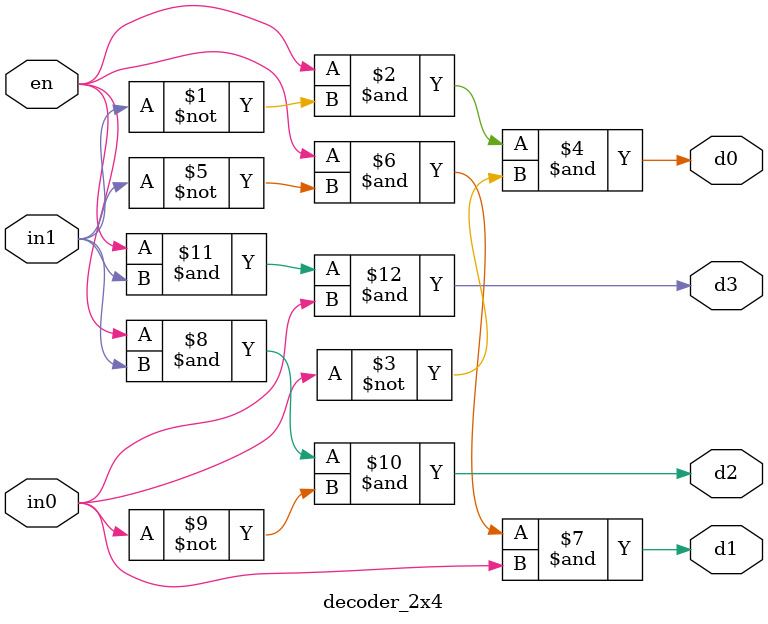
<source format=v>
`timescale 1ns / 1ps
module decoder_2x4(
	in1,in0,
	d0,d1,d2,d3
	,en
    );
	input in1,in0;
	input en;	//enable
	output d0,d1,d2,d3;
	
	assign d0=en&(~in1)&(~in0);
	assign d1=en&(~in1)&in0;
	assign d2=en&in1&(~in0);
	assign d3=en&in1&in0;
	
endmodule

</source>
